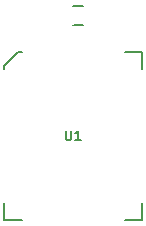
<source format=gto>
G04 #@! TF.GenerationSoftware,KiCad,Pcbnew,(5.1.2-1)-1*
G04 #@! TF.CreationDate,2019-06-26T00:08:28-04:00*
G04 #@! TF.ProjectId,28SF8148,32385346-3831-4343-982e-6b696361645f,rev?*
G04 #@! TF.SameCoordinates,Original*
G04 #@! TF.FileFunction,Legend,Top*
G04 #@! TF.FilePolarity,Positive*
%FSLAX46Y46*%
G04 Gerber Fmt 4.6, Leading zero omitted, Abs format (unit mm)*
G04 Created by KiCad (PCBNEW (5.1.2-1)-1) date 2019-06-26 00:08:28*
%MOMM*%
%LPD*%
G04 APERTURE LIST*
%ADD10C,0.152400*%
%ADD11C,0.203200*%
%ADD12R,1.852400X1.852400*%
%ADD13O,1.852400X1.852400*%
%ADD14C,0.100000*%
%ADD15C,1.202400*%
%ADD16C,2.000000*%
%ADD17C,2.152400*%
%ADD18C,0.752400*%
G04 APERTURE END LIST*
D10*
X49086400Y-27470000D02*
X48273600Y-27470000D01*
X49086400Y-25870000D02*
X48273600Y-25870000D01*
X52630000Y-29735000D02*
X54085000Y-29735000D01*
X54085000Y-29735000D02*
X54085000Y-31190000D01*
X43890000Y-43925000D02*
X42435000Y-43925000D01*
X42435000Y-43925000D02*
X42435000Y-42470000D01*
X52630000Y-43925000D02*
X54085000Y-43925000D01*
X54085000Y-43925000D02*
X54085000Y-42470000D01*
X43890000Y-29735000D02*
X43607218Y-29735000D01*
X43607218Y-29735000D02*
X42435000Y-30907218D01*
X42435000Y-30907218D02*
X42435000Y-31190000D01*
D11*
X47640723Y-36384895D02*
X47640723Y-37042876D01*
X47679428Y-37120285D01*
X47718133Y-37158990D01*
X47795542Y-37197695D01*
X47950361Y-37197695D01*
X48027771Y-37158990D01*
X48066476Y-37120285D01*
X48105180Y-37042876D01*
X48105180Y-36384895D01*
X48917980Y-37197695D02*
X48453523Y-37197695D01*
X48685752Y-37197695D02*
X48685752Y-36384895D01*
X48608342Y-36501009D01*
X48530933Y-36578419D01*
X48453523Y-36617123D01*
%LPC*%
D12*
X55880000Y-20320000D03*
D13*
X55880000Y-22860000D03*
X55880000Y-25400000D03*
X55880000Y-27940000D03*
X55880000Y-30480000D03*
X55880000Y-33020000D03*
X55880000Y-35560000D03*
X55880000Y-38100000D03*
X55880000Y-40640000D03*
X55880000Y-43180000D03*
X55880000Y-45720000D03*
X55880000Y-48260000D03*
X55880000Y-50800000D03*
X55880000Y-53340000D03*
D14*
G36*
X49860064Y-25895247D02*
G01*
X49889244Y-25899576D01*
X49917860Y-25906744D01*
X49945635Y-25916682D01*
X49972302Y-25929294D01*
X49997604Y-25944460D01*
X50021299Y-25962033D01*
X50043156Y-25981844D01*
X50062967Y-26003701D01*
X50080540Y-26027396D01*
X50095706Y-26052698D01*
X50108318Y-26079365D01*
X50118256Y-26107140D01*
X50125424Y-26135756D01*
X50129753Y-26164936D01*
X50131200Y-26194400D01*
X50131200Y-27145600D01*
X50129753Y-27175064D01*
X50125424Y-27204244D01*
X50118256Y-27232860D01*
X50108318Y-27260635D01*
X50095706Y-27287302D01*
X50080540Y-27312604D01*
X50062967Y-27336299D01*
X50043156Y-27358156D01*
X50021299Y-27377967D01*
X49997604Y-27395540D01*
X49972302Y-27410706D01*
X49945635Y-27423318D01*
X49917860Y-27433256D01*
X49889244Y-27440424D01*
X49860064Y-27444753D01*
X49830600Y-27446200D01*
X49229400Y-27446200D01*
X49199936Y-27444753D01*
X49170756Y-27440424D01*
X49142140Y-27433256D01*
X49114365Y-27423318D01*
X49087698Y-27410706D01*
X49062396Y-27395540D01*
X49038701Y-27377967D01*
X49016844Y-27358156D01*
X48997033Y-27336299D01*
X48979460Y-27312604D01*
X48964294Y-27287302D01*
X48951682Y-27260635D01*
X48941744Y-27232860D01*
X48934576Y-27204244D01*
X48930247Y-27175064D01*
X48928800Y-27145600D01*
X48928800Y-26194400D01*
X48930247Y-26164936D01*
X48934576Y-26135756D01*
X48941744Y-26107140D01*
X48951682Y-26079365D01*
X48964294Y-26052698D01*
X48979460Y-26027396D01*
X48997033Y-26003701D01*
X49016844Y-25981844D01*
X49038701Y-25962033D01*
X49062396Y-25944460D01*
X49087698Y-25929294D01*
X49114365Y-25916682D01*
X49142140Y-25906744D01*
X49170756Y-25899576D01*
X49199936Y-25895247D01*
X49229400Y-25893800D01*
X49830600Y-25893800D01*
X49860064Y-25895247D01*
X49860064Y-25895247D01*
G37*
D15*
X49530000Y-26670000D03*
D14*
G36*
X48160064Y-25895247D02*
G01*
X48189244Y-25899576D01*
X48217860Y-25906744D01*
X48245635Y-25916682D01*
X48272302Y-25929294D01*
X48297604Y-25944460D01*
X48321299Y-25962033D01*
X48343156Y-25981844D01*
X48362967Y-26003701D01*
X48380540Y-26027396D01*
X48395706Y-26052698D01*
X48408318Y-26079365D01*
X48418256Y-26107140D01*
X48425424Y-26135756D01*
X48429753Y-26164936D01*
X48431200Y-26194400D01*
X48431200Y-27145600D01*
X48429753Y-27175064D01*
X48425424Y-27204244D01*
X48418256Y-27232860D01*
X48408318Y-27260635D01*
X48395706Y-27287302D01*
X48380540Y-27312604D01*
X48362967Y-27336299D01*
X48343156Y-27358156D01*
X48321299Y-27377967D01*
X48297604Y-27395540D01*
X48272302Y-27410706D01*
X48245635Y-27423318D01*
X48217860Y-27433256D01*
X48189244Y-27440424D01*
X48160064Y-27444753D01*
X48130600Y-27446200D01*
X47529400Y-27446200D01*
X47499936Y-27444753D01*
X47470756Y-27440424D01*
X47442140Y-27433256D01*
X47414365Y-27423318D01*
X47387698Y-27410706D01*
X47362396Y-27395540D01*
X47338701Y-27377967D01*
X47316844Y-27358156D01*
X47297033Y-27336299D01*
X47279460Y-27312604D01*
X47264294Y-27287302D01*
X47251682Y-27260635D01*
X47241744Y-27232860D01*
X47234576Y-27204244D01*
X47230247Y-27175064D01*
X47228800Y-27145600D01*
X47228800Y-26194400D01*
X47230247Y-26164936D01*
X47234576Y-26135756D01*
X47241744Y-26107140D01*
X47251682Y-26079365D01*
X47264294Y-26052698D01*
X47279460Y-26027396D01*
X47297033Y-26003701D01*
X47316844Y-25981844D01*
X47338701Y-25962033D01*
X47362396Y-25944460D01*
X47387698Y-25929294D01*
X47414365Y-25916682D01*
X47442140Y-25906744D01*
X47470756Y-25899576D01*
X47499936Y-25895247D01*
X47529400Y-25893800D01*
X48130600Y-25893800D01*
X48160064Y-25895247D01*
X48160064Y-25895247D01*
G37*
D15*
X47830000Y-26670000D03*
D16*
X43180000Y-20320000D03*
X53340000Y-53340000D03*
D17*
X52070000Y-20320000D03*
X43180000Y-53340000D03*
D12*
X40640000Y-20320000D03*
D13*
X40640000Y-22860000D03*
X40640000Y-25400000D03*
X40640000Y-27940000D03*
X40640000Y-30480000D03*
X40640000Y-33020000D03*
X40640000Y-35560000D03*
X40640000Y-38100000D03*
X40640000Y-40640000D03*
X40640000Y-43180000D03*
X40640000Y-45720000D03*
X40640000Y-48260000D03*
X40640000Y-50800000D03*
X40640000Y-53340000D03*
D14*
G36*
X48466537Y-29179706D02*
G01*
X48484796Y-29182414D01*
X48502703Y-29186900D01*
X48520083Y-29193118D01*
X48536770Y-29201011D01*
X48552603Y-29210501D01*
X48567429Y-29221497D01*
X48581107Y-29233893D01*
X48593503Y-29247571D01*
X48604499Y-29262397D01*
X48613989Y-29278230D01*
X48621882Y-29294917D01*
X48628100Y-29312297D01*
X48632586Y-29330204D01*
X48635294Y-29348463D01*
X48636200Y-29366900D01*
X48636200Y-30618100D01*
X48635294Y-30636537D01*
X48632586Y-30654796D01*
X48628100Y-30672703D01*
X48621882Y-30690083D01*
X48613989Y-30706770D01*
X48604499Y-30722603D01*
X48593503Y-30737429D01*
X48581107Y-30751107D01*
X48567429Y-30763503D01*
X48552603Y-30774499D01*
X48536770Y-30783989D01*
X48520083Y-30791882D01*
X48502703Y-30798100D01*
X48484796Y-30802586D01*
X48466537Y-30805294D01*
X48448100Y-30806200D01*
X48071900Y-30806200D01*
X48053463Y-30805294D01*
X48035204Y-30802586D01*
X48017297Y-30798100D01*
X47999917Y-30791882D01*
X47983230Y-30783989D01*
X47967397Y-30774499D01*
X47952571Y-30763503D01*
X47938893Y-30751107D01*
X47926497Y-30737429D01*
X47915501Y-30722603D01*
X47906011Y-30706770D01*
X47898118Y-30690083D01*
X47891900Y-30672703D01*
X47887414Y-30654796D01*
X47884706Y-30636537D01*
X47883800Y-30618100D01*
X47883800Y-29366900D01*
X47884706Y-29348463D01*
X47887414Y-29330204D01*
X47891900Y-29312297D01*
X47898118Y-29294917D01*
X47906011Y-29278230D01*
X47915501Y-29262397D01*
X47926497Y-29247571D01*
X47938893Y-29233893D01*
X47952571Y-29221497D01*
X47967397Y-29210501D01*
X47983230Y-29201011D01*
X47999917Y-29193118D01*
X48017297Y-29186900D01*
X48035204Y-29182414D01*
X48053463Y-29179706D01*
X48071900Y-29178800D01*
X48448100Y-29178800D01*
X48466537Y-29179706D01*
X48466537Y-29179706D01*
G37*
D18*
X48260000Y-29992500D03*
D14*
G36*
X47196537Y-29179706D02*
G01*
X47214796Y-29182414D01*
X47232703Y-29186900D01*
X47250083Y-29193118D01*
X47266770Y-29201011D01*
X47282603Y-29210501D01*
X47297429Y-29221497D01*
X47311107Y-29233893D01*
X47323503Y-29247571D01*
X47334499Y-29262397D01*
X47343989Y-29278230D01*
X47351882Y-29294917D01*
X47358100Y-29312297D01*
X47362586Y-29330204D01*
X47365294Y-29348463D01*
X47366200Y-29366900D01*
X47366200Y-30618100D01*
X47365294Y-30636537D01*
X47362586Y-30654796D01*
X47358100Y-30672703D01*
X47351882Y-30690083D01*
X47343989Y-30706770D01*
X47334499Y-30722603D01*
X47323503Y-30737429D01*
X47311107Y-30751107D01*
X47297429Y-30763503D01*
X47282603Y-30774499D01*
X47266770Y-30783989D01*
X47250083Y-30791882D01*
X47232703Y-30798100D01*
X47214796Y-30802586D01*
X47196537Y-30805294D01*
X47178100Y-30806200D01*
X46801900Y-30806200D01*
X46783463Y-30805294D01*
X46765204Y-30802586D01*
X46747297Y-30798100D01*
X46729917Y-30791882D01*
X46713230Y-30783989D01*
X46697397Y-30774499D01*
X46682571Y-30763503D01*
X46668893Y-30751107D01*
X46656497Y-30737429D01*
X46645501Y-30722603D01*
X46636011Y-30706770D01*
X46628118Y-30690083D01*
X46621900Y-30672703D01*
X46617414Y-30654796D01*
X46614706Y-30636537D01*
X46613800Y-30618100D01*
X46613800Y-29366900D01*
X46614706Y-29348463D01*
X46617414Y-29330204D01*
X46621900Y-29312297D01*
X46628118Y-29294917D01*
X46636011Y-29278230D01*
X46645501Y-29262397D01*
X46656497Y-29247571D01*
X46668893Y-29233893D01*
X46682571Y-29221497D01*
X46697397Y-29210501D01*
X46713230Y-29201011D01*
X46729917Y-29193118D01*
X46747297Y-29186900D01*
X46765204Y-29182414D01*
X46783463Y-29179706D01*
X46801900Y-29178800D01*
X47178100Y-29178800D01*
X47196537Y-29179706D01*
X47196537Y-29179706D01*
G37*
D18*
X46990000Y-29992500D03*
D14*
G36*
X45926537Y-29179706D02*
G01*
X45944796Y-29182414D01*
X45962703Y-29186900D01*
X45980083Y-29193118D01*
X45996770Y-29201011D01*
X46012603Y-29210501D01*
X46027429Y-29221497D01*
X46041107Y-29233893D01*
X46053503Y-29247571D01*
X46064499Y-29262397D01*
X46073989Y-29278230D01*
X46081882Y-29294917D01*
X46088100Y-29312297D01*
X46092586Y-29330204D01*
X46095294Y-29348463D01*
X46096200Y-29366900D01*
X46096200Y-30618100D01*
X46095294Y-30636537D01*
X46092586Y-30654796D01*
X46088100Y-30672703D01*
X46081882Y-30690083D01*
X46073989Y-30706770D01*
X46064499Y-30722603D01*
X46053503Y-30737429D01*
X46041107Y-30751107D01*
X46027429Y-30763503D01*
X46012603Y-30774499D01*
X45996770Y-30783989D01*
X45980083Y-30791882D01*
X45962703Y-30798100D01*
X45944796Y-30802586D01*
X45926537Y-30805294D01*
X45908100Y-30806200D01*
X45531900Y-30806200D01*
X45513463Y-30805294D01*
X45495204Y-30802586D01*
X45477297Y-30798100D01*
X45459917Y-30791882D01*
X45443230Y-30783989D01*
X45427397Y-30774499D01*
X45412571Y-30763503D01*
X45398893Y-30751107D01*
X45386497Y-30737429D01*
X45375501Y-30722603D01*
X45366011Y-30706770D01*
X45358118Y-30690083D01*
X45351900Y-30672703D01*
X45347414Y-30654796D01*
X45344706Y-30636537D01*
X45343800Y-30618100D01*
X45343800Y-29366900D01*
X45344706Y-29348463D01*
X45347414Y-29330204D01*
X45351900Y-29312297D01*
X45358118Y-29294917D01*
X45366011Y-29278230D01*
X45375501Y-29262397D01*
X45386497Y-29247571D01*
X45398893Y-29233893D01*
X45412571Y-29221497D01*
X45427397Y-29210501D01*
X45443230Y-29201011D01*
X45459917Y-29193118D01*
X45477297Y-29186900D01*
X45495204Y-29182414D01*
X45513463Y-29179706D01*
X45531900Y-29178800D01*
X45908100Y-29178800D01*
X45926537Y-29179706D01*
X45926537Y-29179706D01*
G37*
D18*
X45720000Y-29992500D03*
D14*
G36*
X44656537Y-29179706D02*
G01*
X44674796Y-29182414D01*
X44692703Y-29186900D01*
X44710083Y-29193118D01*
X44726770Y-29201011D01*
X44742603Y-29210501D01*
X44757429Y-29221497D01*
X44771107Y-29233893D01*
X44783503Y-29247571D01*
X44794499Y-29262397D01*
X44803989Y-29278230D01*
X44811882Y-29294917D01*
X44818100Y-29312297D01*
X44822586Y-29330204D01*
X44825294Y-29348463D01*
X44826200Y-29366900D01*
X44826200Y-30618100D01*
X44825294Y-30636537D01*
X44822586Y-30654796D01*
X44818100Y-30672703D01*
X44811882Y-30690083D01*
X44803989Y-30706770D01*
X44794499Y-30722603D01*
X44783503Y-30737429D01*
X44771107Y-30751107D01*
X44757429Y-30763503D01*
X44742603Y-30774499D01*
X44726770Y-30783989D01*
X44710083Y-30791882D01*
X44692703Y-30798100D01*
X44674796Y-30802586D01*
X44656537Y-30805294D01*
X44638100Y-30806200D01*
X44261900Y-30806200D01*
X44243463Y-30805294D01*
X44225204Y-30802586D01*
X44207297Y-30798100D01*
X44189917Y-30791882D01*
X44173230Y-30783989D01*
X44157397Y-30774499D01*
X44142571Y-30763503D01*
X44128893Y-30751107D01*
X44116497Y-30737429D01*
X44105501Y-30722603D01*
X44096011Y-30706770D01*
X44088118Y-30690083D01*
X44081900Y-30672703D01*
X44077414Y-30654796D01*
X44074706Y-30636537D01*
X44073800Y-30618100D01*
X44073800Y-29366900D01*
X44074706Y-29348463D01*
X44077414Y-29330204D01*
X44081900Y-29312297D01*
X44088118Y-29294917D01*
X44096011Y-29278230D01*
X44105501Y-29262397D01*
X44116497Y-29247571D01*
X44128893Y-29233893D01*
X44142571Y-29221497D01*
X44157397Y-29210501D01*
X44173230Y-29201011D01*
X44189917Y-29193118D01*
X44207297Y-29186900D01*
X44225204Y-29182414D01*
X44243463Y-29179706D01*
X44261900Y-29178800D01*
X44638100Y-29178800D01*
X44656537Y-29179706D01*
X44656537Y-29179706D01*
G37*
D18*
X44450000Y-29992500D03*
D14*
G36*
X43341537Y-31374706D02*
G01*
X43359796Y-31377414D01*
X43377703Y-31381900D01*
X43395083Y-31388118D01*
X43411770Y-31396011D01*
X43427603Y-31405501D01*
X43442429Y-31416497D01*
X43456107Y-31428893D01*
X43468503Y-31442571D01*
X43479499Y-31457397D01*
X43488989Y-31473230D01*
X43496882Y-31489917D01*
X43503100Y-31507297D01*
X43507586Y-31525204D01*
X43510294Y-31543463D01*
X43511200Y-31561900D01*
X43511200Y-31938100D01*
X43510294Y-31956537D01*
X43507586Y-31974796D01*
X43503100Y-31992703D01*
X43496882Y-32010083D01*
X43488989Y-32026770D01*
X43479499Y-32042603D01*
X43468503Y-32057429D01*
X43456107Y-32071107D01*
X43442429Y-32083503D01*
X43427603Y-32094499D01*
X43411770Y-32103989D01*
X43395083Y-32111882D01*
X43377703Y-32118100D01*
X43359796Y-32122586D01*
X43341537Y-32125294D01*
X43323100Y-32126200D01*
X42071900Y-32126200D01*
X42053463Y-32125294D01*
X42035204Y-32122586D01*
X42017297Y-32118100D01*
X41999917Y-32111882D01*
X41983230Y-32103989D01*
X41967397Y-32094499D01*
X41952571Y-32083503D01*
X41938893Y-32071107D01*
X41926497Y-32057429D01*
X41915501Y-32042603D01*
X41906011Y-32026770D01*
X41898118Y-32010083D01*
X41891900Y-31992703D01*
X41887414Y-31974796D01*
X41884706Y-31956537D01*
X41883800Y-31938100D01*
X41883800Y-31561900D01*
X41884706Y-31543463D01*
X41887414Y-31525204D01*
X41891900Y-31507297D01*
X41898118Y-31489917D01*
X41906011Y-31473230D01*
X41915501Y-31457397D01*
X41926497Y-31442571D01*
X41938893Y-31428893D01*
X41952571Y-31416497D01*
X41967397Y-31405501D01*
X41983230Y-31396011D01*
X41999917Y-31388118D01*
X42017297Y-31381900D01*
X42035204Y-31377414D01*
X42053463Y-31374706D01*
X42071900Y-31373800D01*
X43323100Y-31373800D01*
X43341537Y-31374706D01*
X43341537Y-31374706D01*
G37*
D18*
X42697500Y-31750000D03*
D14*
G36*
X43341537Y-32644706D02*
G01*
X43359796Y-32647414D01*
X43377703Y-32651900D01*
X43395083Y-32658118D01*
X43411770Y-32666011D01*
X43427603Y-32675501D01*
X43442429Y-32686497D01*
X43456107Y-32698893D01*
X43468503Y-32712571D01*
X43479499Y-32727397D01*
X43488989Y-32743230D01*
X43496882Y-32759917D01*
X43503100Y-32777297D01*
X43507586Y-32795204D01*
X43510294Y-32813463D01*
X43511200Y-32831900D01*
X43511200Y-33208100D01*
X43510294Y-33226537D01*
X43507586Y-33244796D01*
X43503100Y-33262703D01*
X43496882Y-33280083D01*
X43488989Y-33296770D01*
X43479499Y-33312603D01*
X43468503Y-33327429D01*
X43456107Y-33341107D01*
X43442429Y-33353503D01*
X43427603Y-33364499D01*
X43411770Y-33373989D01*
X43395083Y-33381882D01*
X43377703Y-33388100D01*
X43359796Y-33392586D01*
X43341537Y-33395294D01*
X43323100Y-33396200D01*
X42071900Y-33396200D01*
X42053463Y-33395294D01*
X42035204Y-33392586D01*
X42017297Y-33388100D01*
X41999917Y-33381882D01*
X41983230Y-33373989D01*
X41967397Y-33364499D01*
X41952571Y-33353503D01*
X41938893Y-33341107D01*
X41926497Y-33327429D01*
X41915501Y-33312603D01*
X41906011Y-33296770D01*
X41898118Y-33280083D01*
X41891900Y-33262703D01*
X41887414Y-33244796D01*
X41884706Y-33226537D01*
X41883800Y-33208100D01*
X41883800Y-32831900D01*
X41884706Y-32813463D01*
X41887414Y-32795204D01*
X41891900Y-32777297D01*
X41898118Y-32759917D01*
X41906011Y-32743230D01*
X41915501Y-32727397D01*
X41926497Y-32712571D01*
X41938893Y-32698893D01*
X41952571Y-32686497D01*
X41967397Y-32675501D01*
X41983230Y-32666011D01*
X41999917Y-32658118D01*
X42017297Y-32651900D01*
X42035204Y-32647414D01*
X42053463Y-32644706D01*
X42071900Y-32643800D01*
X43323100Y-32643800D01*
X43341537Y-32644706D01*
X43341537Y-32644706D01*
G37*
D18*
X42697500Y-33020000D03*
D14*
G36*
X43341537Y-33914706D02*
G01*
X43359796Y-33917414D01*
X43377703Y-33921900D01*
X43395083Y-33928118D01*
X43411770Y-33936011D01*
X43427603Y-33945501D01*
X43442429Y-33956497D01*
X43456107Y-33968893D01*
X43468503Y-33982571D01*
X43479499Y-33997397D01*
X43488989Y-34013230D01*
X43496882Y-34029917D01*
X43503100Y-34047297D01*
X43507586Y-34065204D01*
X43510294Y-34083463D01*
X43511200Y-34101900D01*
X43511200Y-34478100D01*
X43510294Y-34496537D01*
X43507586Y-34514796D01*
X43503100Y-34532703D01*
X43496882Y-34550083D01*
X43488989Y-34566770D01*
X43479499Y-34582603D01*
X43468503Y-34597429D01*
X43456107Y-34611107D01*
X43442429Y-34623503D01*
X43427603Y-34634499D01*
X43411770Y-34643989D01*
X43395083Y-34651882D01*
X43377703Y-34658100D01*
X43359796Y-34662586D01*
X43341537Y-34665294D01*
X43323100Y-34666200D01*
X42071900Y-34666200D01*
X42053463Y-34665294D01*
X42035204Y-34662586D01*
X42017297Y-34658100D01*
X41999917Y-34651882D01*
X41983230Y-34643989D01*
X41967397Y-34634499D01*
X41952571Y-34623503D01*
X41938893Y-34611107D01*
X41926497Y-34597429D01*
X41915501Y-34582603D01*
X41906011Y-34566770D01*
X41898118Y-34550083D01*
X41891900Y-34532703D01*
X41887414Y-34514796D01*
X41884706Y-34496537D01*
X41883800Y-34478100D01*
X41883800Y-34101900D01*
X41884706Y-34083463D01*
X41887414Y-34065204D01*
X41891900Y-34047297D01*
X41898118Y-34029917D01*
X41906011Y-34013230D01*
X41915501Y-33997397D01*
X41926497Y-33982571D01*
X41938893Y-33968893D01*
X41952571Y-33956497D01*
X41967397Y-33945501D01*
X41983230Y-33936011D01*
X41999917Y-33928118D01*
X42017297Y-33921900D01*
X42035204Y-33917414D01*
X42053463Y-33914706D01*
X42071900Y-33913800D01*
X43323100Y-33913800D01*
X43341537Y-33914706D01*
X43341537Y-33914706D01*
G37*
D18*
X42697500Y-34290000D03*
D14*
G36*
X43341537Y-35184706D02*
G01*
X43359796Y-35187414D01*
X43377703Y-35191900D01*
X43395083Y-35198118D01*
X43411770Y-35206011D01*
X43427603Y-35215501D01*
X43442429Y-35226497D01*
X43456107Y-35238893D01*
X43468503Y-35252571D01*
X43479499Y-35267397D01*
X43488989Y-35283230D01*
X43496882Y-35299917D01*
X43503100Y-35317297D01*
X43507586Y-35335204D01*
X43510294Y-35353463D01*
X43511200Y-35371900D01*
X43511200Y-35748100D01*
X43510294Y-35766537D01*
X43507586Y-35784796D01*
X43503100Y-35802703D01*
X43496882Y-35820083D01*
X43488989Y-35836770D01*
X43479499Y-35852603D01*
X43468503Y-35867429D01*
X43456107Y-35881107D01*
X43442429Y-35893503D01*
X43427603Y-35904499D01*
X43411770Y-35913989D01*
X43395083Y-35921882D01*
X43377703Y-35928100D01*
X43359796Y-35932586D01*
X43341537Y-35935294D01*
X43323100Y-35936200D01*
X42071900Y-35936200D01*
X42053463Y-35935294D01*
X42035204Y-35932586D01*
X42017297Y-35928100D01*
X41999917Y-35921882D01*
X41983230Y-35913989D01*
X41967397Y-35904499D01*
X41952571Y-35893503D01*
X41938893Y-35881107D01*
X41926497Y-35867429D01*
X41915501Y-35852603D01*
X41906011Y-35836770D01*
X41898118Y-35820083D01*
X41891900Y-35802703D01*
X41887414Y-35784796D01*
X41884706Y-35766537D01*
X41883800Y-35748100D01*
X41883800Y-35371900D01*
X41884706Y-35353463D01*
X41887414Y-35335204D01*
X41891900Y-35317297D01*
X41898118Y-35299917D01*
X41906011Y-35283230D01*
X41915501Y-35267397D01*
X41926497Y-35252571D01*
X41938893Y-35238893D01*
X41952571Y-35226497D01*
X41967397Y-35215501D01*
X41983230Y-35206011D01*
X41999917Y-35198118D01*
X42017297Y-35191900D01*
X42035204Y-35187414D01*
X42053463Y-35184706D01*
X42071900Y-35183800D01*
X43323100Y-35183800D01*
X43341537Y-35184706D01*
X43341537Y-35184706D01*
G37*
D18*
X42697500Y-35560000D03*
D14*
G36*
X43341537Y-36454706D02*
G01*
X43359796Y-36457414D01*
X43377703Y-36461900D01*
X43395083Y-36468118D01*
X43411770Y-36476011D01*
X43427603Y-36485501D01*
X43442429Y-36496497D01*
X43456107Y-36508893D01*
X43468503Y-36522571D01*
X43479499Y-36537397D01*
X43488989Y-36553230D01*
X43496882Y-36569917D01*
X43503100Y-36587297D01*
X43507586Y-36605204D01*
X43510294Y-36623463D01*
X43511200Y-36641900D01*
X43511200Y-37018100D01*
X43510294Y-37036537D01*
X43507586Y-37054796D01*
X43503100Y-37072703D01*
X43496882Y-37090083D01*
X43488989Y-37106770D01*
X43479499Y-37122603D01*
X43468503Y-37137429D01*
X43456107Y-37151107D01*
X43442429Y-37163503D01*
X43427603Y-37174499D01*
X43411770Y-37183989D01*
X43395083Y-37191882D01*
X43377703Y-37198100D01*
X43359796Y-37202586D01*
X43341537Y-37205294D01*
X43323100Y-37206200D01*
X42071900Y-37206200D01*
X42053463Y-37205294D01*
X42035204Y-37202586D01*
X42017297Y-37198100D01*
X41999917Y-37191882D01*
X41983230Y-37183989D01*
X41967397Y-37174499D01*
X41952571Y-37163503D01*
X41938893Y-37151107D01*
X41926497Y-37137429D01*
X41915501Y-37122603D01*
X41906011Y-37106770D01*
X41898118Y-37090083D01*
X41891900Y-37072703D01*
X41887414Y-37054796D01*
X41884706Y-37036537D01*
X41883800Y-37018100D01*
X41883800Y-36641900D01*
X41884706Y-36623463D01*
X41887414Y-36605204D01*
X41891900Y-36587297D01*
X41898118Y-36569917D01*
X41906011Y-36553230D01*
X41915501Y-36537397D01*
X41926497Y-36522571D01*
X41938893Y-36508893D01*
X41952571Y-36496497D01*
X41967397Y-36485501D01*
X41983230Y-36476011D01*
X41999917Y-36468118D01*
X42017297Y-36461900D01*
X42035204Y-36457414D01*
X42053463Y-36454706D01*
X42071900Y-36453800D01*
X43323100Y-36453800D01*
X43341537Y-36454706D01*
X43341537Y-36454706D01*
G37*
D18*
X42697500Y-36830000D03*
D14*
G36*
X43341537Y-37724706D02*
G01*
X43359796Y-37727414D01*
X43377703Y-37731900D01*
X43395083Y-37738118D01*
X43411770Y-37746011D01*
X43427603Y-37755501D01*
X43442429Y-37766497D01*
X43456107Y-37778893D01*
X43468503Y-37792571D01*
X43479499Y-37807397D01*
X43488989Y-37823230D01*
X43496882Y-37839917D01*
X43503100Y-37857297D01*
X43507586Y-37875204D01*
X43510294Y-37893463D01*
X43511200Y-37911900D01*
X43511200Y-38288100D01*
X43510294Y-38306537D01*
X43507586Y-38324796D01*
X43503100Y-38342703D01*
X43496882Y-38360083D01*
X43488989Y-38376770D01*
X43479499Y-38392603D01*
X43468503Y-38407429D01*
X43456107Y-38421107D01*
X43442429Y-38433503D01*
X43427603Y-38444499D01*
X43411770Y-38453989D01*
X43395083Y-38461882D01*
X43377703Y-38468100D01*
X43359796Y-38472586D01*
X43341537Y-38475294D01*
X43323100Y-38476200D01*
X42071900Y-38476200D01*
X42053463Y-38475294D01*
X42035204Y-38472586D01*
X42017297Y-38468100D01*
X41999917Y-38461882D01*
X41983230Y-38453989D01*
X41967397Y-38444499D01*
X41952571Y-38433503D01*
X41938893Y-38421107D01*
X41926497Y-38407429D01*
X41915501Y-38392603D01*
X41906011Y-38376770D01*
X41898118Y-38360083D01*
X41891900Y-38342703D01*
X41887414Y-38324796D01*
X41884706Y-38306537D01*
X41883800Y-38288100D01*
X41883800Y-37911900D01*
X41884706Y-37893463D01*
X41887414Y-37875204D01*
X41891900Y-37857297D01*
X41898118Y-37839917D01*
X41906011Y-37823230D01*
X41915501Y-37807397D01*
X41926497Y-37792571D01*
X41938893Y-37778893D01*
X41952571Y-37766497D01*
X41967397Y-37755501D01*
X41983230Y-37746011D01*
X41999917Y-37738118D01*
X42017297Y-37731900D01*
X42035204Y-37727414D01*
X42053463Y-37724706D01*
X42071900Y-37723800D01*
X43323100Y-37723800D01*
X43341537Y-37724706D01*
X43341537Y-37724706D01*
G37*
D18*
X42697500Y-38100000D03*
D14*
G36*
X43341537Y-38994706D02*
G01*
X43359796Y-38997414D01*
X43377703Y-39001900D01*
X43395083Y-39008118D01*
X43411770Y-39016011D01*
X43427603Y-39025501D01*
X43442429Y-39036497D01*
X43456107Y-39048893D01*
X43468503Y-39062571D01*
X43479499Y-39077397D01*
X43488989Y-39093230D01*
X43496882Y-39109917D01*
X43503100Y-39127297D01*
X43507586Y-39145204D01*
X43510294Y-39163463D01*
X43511200Y-39181900D01*
X43511200Y-39558100D01*
X43510294Y-39576537D01*
X43507586Y-39594796D01*
X43503100Y-39612703D01*
X43496882Y-39630083D01*
X43488989Y-39646770D01*
X43479499Y-39662603D01*
X43468503Y-39677429D01*
X43456107Y-39691107D01*
X43442429Y-39703503D01*
X43427603Y-39714499D01*
X43411770Y-39723989D01*
X43395083Y-39731882D01*
X43377703Y-39738100D01*
X43359796Y-39742586D01*
X43341537Y-39745294D01*
X43323100Y-39746200D01*
X42071900Y-39746200D01*
X42053463Y-39745294D01*
X42035204Y-39742586D01*
X42017297Y-39738100D01*
X41999917Y-39731882D01*
X41983230Y-39723989D01*
X41967397Y-39714499D01*
X41952571Y-39703503D01*
X41938893Y-39691107D01*
X41926497Y-39677429D01*
X41915501Y-39662603D01*
X41906011Y-39646770D01*
X41898118Y-39630083D01*
X41891900Y-39612703D01*
X41887414Y-39594796D01*
X41884706Y-39576537D01*
X41883800Y-39558100D01*
X41883800Y-39181900D01*
X41884706Y-39163463D01*
X41887414Y-39145204D01*
X41891900Y-39127297D01*
X41898118Y-39109917D01*
X41906011Y-39093230D01*
X41915501Y-39077397D01*
X41926497Y-39062571D01*
X41938893Y-39048893D01*
X41952571Y-39036497D01*
X41967397Y-39025501D01*
X41983230Y-39016011D01*
X41999917Y-39008118D01*
X42017297Y-39001900D01*
X42035204Y-38997414D01*
X42053463Y-38994706D01*
X42071900Y-38993800D01*
X43323100Y-38993800D01*
X43341537Y-38994706D01*
X43341537Y-38994706D01*
G37*
D18*
X42697500Y-39370000D03*
D14*
G36*
X43341537Y-40264706D02*
G01*
X43359796Y-40267414D01*
X43377703Y-40271900D01*
X43395083Y-40278118D01*
X43411770Y-40286011D01*
X43427603Y-40295501D01*
X43442429Y-40306497D01*
X43456107Y-40318893D01*
X43468503Y-40332571D01*
X43479499Y-40347397D01*
X43488989Y-40363230D01*
X43496882Y-40379917D01*
X43503100Y-40397297D01*
X43507586Y-40415204D01*
X43510294Y-40433463D01*
X43511200Y-40451900D01*
X43511200Y-40828100D01*
X43510294Y-40846537D01*
X43507586Y-40864796D01*
X43503100Y-40882703D01*
X43496882Y-40900083D01*
X43488989Y-40916770D01*
X43479499Y-40932603D01*
X43468503Y-40947429D01*
X43456107Y-40961107D01*
X43442429Y-40973503D01*
X43427603Y-40984499D01*
X43411770Y-40993989D01*
X43395083Y-41001882D01*
X43377703Y-41008100D01*
X43359796Y-41012586D01*
X43341537Y-41015294D01*
X43323100Y-41016200D01*
X42071900Y-41016200D01*
X42053463Y-41015294D01*
X42035204Y-41012586D01*
X42017297Y-41008100D01*
X41999917Y-41001882D01*
X41983230Y-40993989D01*
X41967397Y-40984499D01*
X41952571Y-40973503D01*
X41938893Y-40961107D01*
X41926497Y-40947429D01*
X41915501Y-40932603D01*
X41906011Y-40916770D01*
X41898118Y-40900083D01*
X41891900Y-40882703D01*
X41887414Y-40864796D01*
X41884706Y-40846537D01*
X41883800Y-40828100D01*
X41883800Y-40451900D01*
X41884706Y-40433463D01*
X41887414Y-40415204D01*
X41891900Y-40397297D01*
X41898118Y-40379917D01*
X41906011Y-40363230D01*
X41915501Y-40347397D01*
X41926497Y-40332571D01*
X41938893Y-40318893D01*
X41952571Y-40306497D01*
X41967397Y-40295501D01*
X41983230Y-40286011D01*
X41999917Y-40278118D01*
X42017297Y-40271900D01*
X42035204Y-40267414D01*
X42053463Y-40264706D01*
X42071900Y-40263800D01*
X43323100Y-40263800D01*
X43341537Y-40264706D01*
X43341537Y-40264706D01*
G37*
D18*
X42697500Y-40640000D03*
D14*
G36*
X43341537Y-41534706D02*
G01*
X43359796Y-41537414D01*
X43377703Y-41541900D01*
X43395083Y-41548118D01*
X43411770Y-41556011D01*
X43427603Y-41565501D01*
X43442429Y-41576497D01*
X43456107Y-41588893D01*
X43468503Y-41602571D01*
X43479499Y-41617397D01*
X43488989Y-41633230D01*
X43496882Y-41649917D01*
X43503100Y-41667297D01*
X43507586Y-41685204D01*
X43510294Y-41703463D01*
X43511200Y-41721900D01*
X43511200Y-42098100D01*
X43510294Y-42116537D01*
X43507586Y-42134796D01*
X43503100Y-42152703D01*
X43496882Y-42170083D01*
X43488989Y-42186770D01*
X43479499Y-42202603D01*
X43468503Y-42217429D01*
X43456107Y-42231107D01*
X43442429Y-42243503D01*
X43427603Y-42254499D01*
X43411770Y-42263989D01*
X43395083Y-42271882D01*
X43377703Y-42278100D01*
X43359796Y-42282586D01*
X43341537Y-42285294D01*
X43323100Y-42286200D01*
X42071900Y-42286200D01*
X42053463Y-42285294D01*
X42035204Y-42282586D01*
X42017297Y-42278100D01*
X41999917Y-42271882D01*
X41983230Y-42263989D01*
X41967397Y-42254499D01*
X41952571Y-42243503D01*
X41938893Y-42231107D01*
X41926497Y-42217429D01*
X41915501Y-42202603D01*
X41906011Y-42186770D01*
X41898118Y-42170083D01*
X41891900Y-42152703D01*
X41887414Y-42134796D01*
X41884706Y-42116537D01*
X41883800Y-42098100D01*
X41883800Y-41721900D01*
X41884706Y-41703463D01*
X41887414Y-41685204D01*
X41891900Y-41667297D01*
X41898118Y-41649917D01*
X41906011Y-41633230D01*
X41915501Y-41617397D01*
X41926497Y-41602571D01*
X41938893Y-41588893D01*
X41952571Y-41576497D01*
X41967397Y-41565501D01*
X41983230Y-41556011D01*
X41999917Y-41548118D01*
X42017297Y-41541900D01*
X42035204Y-41537414D01*
X42053463Y-41534706D01*
X42071900Y-41533800D01*
X43323100Y-41533800D01*
X43341537Y-41534706D01*
X43341537Y-41534706D01*
G37*
D18*
X42697500Y-41910000D03*
D14*
G36*
X44656537Y-42854706D02*
G01*
X44674796Y-42857414D01*
X44692703Y-42861900D01*
X44710083Y-42868118D01*
X44726770Y-42876011D01*
X44742603Y-42885501D01*
X44757429Y-42896497D01*
X44771107Y-42908893D01*
X44783503Y-42922571D01*
X44794499Y-42937397D01*
X44803989Y-42953230D01*
X44811882Y-42969917D01*
X44818100Y-42987297D01*
X44822586Y-43005204D01*
X44825294Y-43023463D01*
X44826200Y-43041900D01*
X44826200Y-44293100D01*
X44825294Y-44311537D01*
X44822586Y-44329796D01*
X44818100Y-44347703D01*
X44811882Y-44365083D01*
X44803989Y-44381770D01*
X44794499Y-44397603D01*
X44783503Y-44412429D01*
X44771107Y-44426107D01*
X44757429Y-44438503D01*
X44742603Y-44449499D01*
X44726770Y-44458989D01*
X44710083Y-44466882D01*
X44692703Y-44473100D01*
X44674796Y-44477586D01*
X44656537Y-44480294D01*
X44638100Y-44481200D01*
X44261900Y-44481200D01*
X44243463Y-44480294D01*
X44225204Y-44477586D01*
X44207297Y-44473100D01*
X44189917Y-44466882D01*
X44173230Y-44458989D01*
X44157397Y-44449499D01*
X44142571Y-44438503D01*
X44128893Y-44426107D01*
X44116497Y-44412429D01*
X44105501Y-44397603D01*
X44096011Y-44381770D01*
X44088118Y-44365083D01*
X44081900Y-44347703D01*
X44077414Y-44329796D01*
X44074706Y-44311537D01*
X44073800Y-44293100D01*
X44073800Y-43041900D01*
X44074706Y-43023463D01*
X44077414Y-43005204D01*
X44081900Y-42987297D01*
X44088118Y-42969917D01*
X44096011Y-42953230D01*
X44105501Y-42937397D01*
X44116497Y-42922571D01*
X44128893Y-42908893D01*
X44142571Y-42896497D01*
X44157397Y-42885501D01*
X44173230Y-42876011D01*
X44189917Y-42868118D01*
X44207297Y-42861900D01*
X44225204Y-42857414D01*
X44243463Y-42854706D01*
X44261900Y-42853800D01*
X44638100Y-42853800D01*
X44656537Y-42854706D01*
X44656537Y-42854706D01*
G37*
D18*
X44450000Y-43667500D03*
D14*
G36*
X45926537Y-42854706D02*
G01*
X45944796Y-42857414D01*
X45962703Y-42861900D01*
X45980083Y-42868118D01*
X45996770Y-42876011D01*
X46012603Y-42885501D01*
X46027429Y-42896497D01*
X46041107Y-42908893D01*
X46053503Y-42922571D01*
X46064499Y-42937397D01*
X46073989Y-42953230D01*
X46081882Y-42969917D01*
X46088100Y-42987297D01*
X46092586Y-43005204D01*
X46095294Y-43023463D01*
X46096200Y-43041900D01*
X46096200Y-44293100D01*
X46095294Y-44311537D01*
X46092586Y-44329796D01*
X46088100Y-44347703D01*
X46081882Y-44365083D01*
X46073989Y-44381770D01*
X46064499Y-44397603D01*
X46053503Y-44412429D01*
X46041107Y-44426107D01*
X46027429Y-44438503D01*
X46012603Y-44449499D01*
X45996770Y-44458989D01*
X45980083Y-44466882D01*
X45962703Y-44473100D01*
X45944796Y-44477586D01*
X45926537Y-44480294D01*
X45908100Y-44481200D01*
X45531900Y-44481200D01*
X45513463Y-44480294D01*
X45495204Y-44477586D01*
X45477297Y-44473100D01*
X45459917Y-44466882D01*
X45443230Y-44458989D01*
X45427397Y-44449499D01*
X45412571Y-44438503D01*
X45398893Y-44426107D01*
X45386497Y-44412429D01*
X45375501Y-44397603D01*
X45366011Y-44381770D01*
X45358118Y-44365083D01*
X45351900Y-44347703D01*
X45347414Y-44329796D01*
X45344706Y-44311537D01*
X45343800Y-44293100D01*
X45343800Y-43041900D01*
X45344706Y-43023463D01*
X45347414Y-43005204D01*
X45351900Y-42987297D01*
X45358118Y-42969917D01*
X45366011Y-42953230D01*
X45375501Y-42937397D01*
X45386497Y-42922571D01*
X45398893Y-42908893D01*
X45412571Y-42896497D01*
X45427397Y-42885501D01*
X45443230Y-42876011D01*
X45459917Y-42868118D01*
X45477297Y-42861900D01*
X45495204Y-42857414D01*
X45513463Y-42854706D01*
X45531900Y-42853800D01*
X45908100Y-42853800D01*
X45926537Y-42854706D01*
X45926537Y-42854706D01*
G37*
D18*
X45720000Y-43667500D03*
D14*
G36*
X47196537Y-42854706D02*
G01*
X47214796Y-42857414D01*
X47232703Y-42861900D01*
X47250083Y-42868118D01*
X47266770Y-42876011D01*
X47282603Y-42885501D01*
X47297429Y-42896497D01*
X47311107Y-42908893D01*
X47323503Y-42922571D01*
X47334499Y-42937397D01*
X47343989Y-42953230D01*
X47351882Y-42969917D01*
X47358100Y-42987297D01*
X47362586Y-43005204D01*
X47365294Y-43023463D01*
X47366200Y-43041900D01*
X47366200Y-44293100D01*
X47365294Y-44311537D01*
X47362586Y-44329796D01*
X47358100Y-44347703D01*
X47351882Y-44365083D01*
X47343989Y-44381770D01*
X47334499Y-44397603D01*
X47323503Y-44412429D01*
X47311107Y-44426107D01*
X47297429Y-44438503D01*
X47282603Y-44449499D01*
X47266770Y-44458989D01*
X47250083Y-44466882D01*
X47232703Y-44473100D01*
X47214796Y-44477586D01*
X47196537Y-44480294D01*
X47178100Y-44481200D01*
X46801900Y-44481200D01*
X46783463Y-44480294D01*
X46765204Y-44477586D01*
X46747297Y-44473100D01*
X46729917Y-44466882D01*
X46713230Y-44458989D01*
X46697397Y-44449499D01*
X46682571Y-44438503D01*
X46668893Y-44426107D01*
X46656497Y-44412429D01*
X46645501Y-44397603D01*
X46636011Y-44381770D01*
X46628118Y-44365083D01*
X46621900Y-44347703D01*
X46617414Y-44329796D01*
X46614706Y-44311537D01*
X46613800Y-44293100D01*
X46613800Y-43041900D01*
X46614706Y-43023463D01*
X46617414Y-43005204D01*
X46621900Y-42987297D01*
X46628118Y-42969917D01*
X46636011Y-42953230D01*
X46645501Y-42937397D01*
X46656497Y-42922571D01*
X46668893Y-42908893D01*
X46682571Y-42896497D01*
X46697397Y-42885501D01*
X46713230Y-42876011D01*
X46729917Y-42868118D01*
X46747297Y-42861900D01*
X46765204Y-42857414D01*
X46783463Y-42854706D01*
X46801900Y-42853800D01*
X47178100Y-42853800D01*
X47196537Y-42854706D01*
X47196537Y-42854706D01*
G37*
D18*
X46990000Y-43667500D03*
D14*
G36*
X48466537Y-42854706D02*
G01*
X48484796Y-42857414D01*
X48502703Y-42861900D01*
X48520083Y-42868118D01*
X48536770Y-42876011D01*
X48552603Y-42885501D01*
X48567429Y-42896497D01*
X48581107Y-42908893D01*
X48593503Y-42922571D01*
X48604499Y-42937397D01*
X48613989Y-42953230D01*
X48621882Y-42969917D01*
X48628100Y-42987297D01*
X48632586Y-43005204D01*
X48635294Y-43023463D01*
X48636200Y-43041900D01*
X48636200Y-44293100D01*
X48635294Y-44311537D01*
X48632586Y-44329796D01*
X48628100Y-44347703D01*
X48621882Y-44365083D01*
X48613989Y-44381770D01*
X48604499Y-44397603D01*
X48593503Y-44412429D01*
X48581107Y-44426107D01*
X48567429Y-44438503D01*
X48552603Y-44449499D01*
X48536770Y-44458989D01*
X48520083Y-44466882D01*
X48502703Y-44473100D01*
X48484796Y-44477586D01*
X48466537Y-44480294D01*
X48448100Y-44481200D01*
X48071900Y-44481200D01*
X48053463Y-44480294D01*
X48035204Y-44477586D01*
X48017297Y-44473100D01*
X47999917Y-44466882D01*
X47983230Y-44458989D01*
X47967397Y-44449499D01*
X47952571Y-44438503D01*
X47938893Y-44426107D01*
X47926497Y-44412429D01*
X47915501Y-44397603D01*
X47906011Y-44381770D01*
X47898118Y-44365083D01*
X47891900Y-44347703D01*
X47887414Y-44329796D01*
X47884706Y-44311537D01*
X47883800Y-44293100D01*
X47883800Y-43041900D01*
X47884706Y-43023463D01*
X47887414Y-43005204D01*
X47891900Y-42987297D01*
X47898118Y-42969917D01*
X47906011Y-42953230D01*
X47915501Y-42937397D01*
X47926497Y-42922571D01*
X47938893Y-42908893D01*
X47952571Y-42896497D01*
X47967397Y-42885501D01*
X47983230Y-42876011D01*
X47999917Y-42868118D01*
X48017297Y-42861900D01*
X48035204Y-42857414D01*
X48053463Y-42854706D01*
X48071900Y-42853800D01*
X48448100Y-42853800D01*
X48466537Y-42854706D01*
X48466537Y-42854706D01*
G37*
D18*
X48260000Y-43667500D03*
D14*
G36*
X49736537Y-42854706D02*
G01*
X49754796Y-42857414D01*
X49772703Y-42861900D01*
X49790083Y-42868118D01*
X49806770Y-42876011D01*
X49822603Y-42885501D01*
X49837429Y-42896497D01*
X49851107Y-42908893D01*
X49863503Y-42922571D01*
X49874499Y-42937397D01*
X49883989Y-42953230D01*
X49891882Y-42969917D01*
X49898100Y-42987297D01*
X49902586Y-43005204D01*
X49905294Y-43023463D01*
X49906200Y-43041900D01*
X49906200Y-44293100D01*
X49905294Y-44311537D01*
X49902586Y-44329796D01*
X49898100Y-44347703D01*
X49891882Y-44365083D01*
X49883989Y-44381770D01*
X49874499Y-44397603D01*
X49863503Y-44412429D01*
X49851107Y-44426107D01*
X49837429Y-44438503D01*
X49822603Y-44449499D01*
X49806770Y-44458989D01*
X49790083Y-44466882D01*
X49772703Y-44473100D01*
X49754796Y-44477586D01*
X49736537Y-44480294D01*
X49718100Y-44481200D01*
X49341900Y-44481200D01*
X49323463Y-44480294D01*
X49305204Y-44477586D01*
X49287297Y-44473100D01*
X49269917Y-44466882D01*
X49253230Y-44458989D01*
X49237397Y-44449499D01*
X49222571Y-44438503D01*
X49208893Y-44426107D01*
X49196497Y-44412429D01*
X49185501Y-44397603D01*
X49176011Y-44381770D01*
X49168118Y-44365083D01*
X49161900Y-44347703D01*
X49157414Y-44329796D01*
X49154706Y-44311537D01*
X49153800Y-44293100D01*
X49153800Y-43041900D01*
X49154706Y-43023463D01*
X49157414Y-43005204D01*
X49161900Y-42987297D01*
X49168118Y-42969917D01*
X49176011Y-42953230D01*
X49185501Y-42937397D01*
X49196497Y-42922571D01*
X49208893Y-42908893D01*
X49222571Y-42896497D01*
X49237397Y-42885501D01*
X49253230Y-42876011D01*
X49269917Y-42868118D01*
X49287297Y-42861900D01*
X49305204Y-42857414D01*
X49323463Y-42854706D01*
X49341900Y-42853800D01*
X49718100Y-42853800D01*
X49736537Y-42854706D01*
X49736537Y-42854706D01*
G37*
D18*
X49530000Y-43667500D03*
D14*
G36*
X51006537Y-42854706D02*
G01*
X51024796Y-42857414D01*
X51042703Y-42861900D01*
X51060083Y-42868118D01*
X51076770Y-42876011D01*
X51092603Y-42885501D01*
X51107429Y-42896497D01*
X51121107Y-42908893D01*
X51133503Y-42922571D01*
X51144499Y-42937397D01*
X51153989Y-42953230D01*
X51161882Y-42969917D01*
X51168100Y-42987297D01*
X51172586Y-43005204D01*
X51175294Y-43023463D01*
X51176200Y-43041900D01*
X51176200Y-44293100D01*
X51175294Y-44311537D01*
X51172586Y-44329796D01*
X51168100Y-44347703D01*
X51161882Y-44365083D01*
X51153989Y-44381770D01*
X51144499Y-44397603D01*
X51133503Y-44412429D01*
X51121107Y-44426107D01*
X51107429Y-44438503D01*
X51092603Y-44449499D01*
X51076770Y-44458989D01*
X51060083Y-44466882D01*
X51042703Y-44473100D01*
X51024796Y-44477586D01*
X51006537Y-44480294D01*
X50988100Y-44481200D01*
X50611900Y-44481200D01*
X50593463Y-44480294D01*
X50575204Y-44477586D01*
X50557297Y-44473100D01*
X50539917Y-44466882D01*
X50523230Y-44458989D01*
X50507397Y-44449499D01*
X50492571Y-44438503D01*
X50478893Y-44426107D01*
X50466497Y-44412429D01*
X50455501Y-44397603D01*
X50446011Y-44381770D01*
X50438118Y-44365083D01*
X50431900Y-44347703D01*
X50427414Y-44329796D01*
X50424706Y-44311537D01*
X50423800Y-44293100D01*
X50423800Y-43041900D01*
X50424706Y-43023463D01*
X50427414Y-43005204D01*
X50431900Y-42987297D01*
X50438118Y-42969917D01*
X50446011Y-42953230D01*
X50455501Y-42937397D01*
X50466497Y-42922571D01*
X50478893Y-42908893D01*
X50492571Y-42896497D01*
X50507397Y-42885501D01*
X50523230Y-42876011D01*
X50539917Y-42868118D01*
X50557297Y-42861900D01*
X50575204Y-42857414D01*
X50593463Y-42854706D01*
X50611900Y-42853800D01*
X50988100Y-42853800D01*
X51006537Y-42854706D01*
X51006537Y-42854706D01*
G37*
D18*
X50800000Y-43667500D03*
D14*
G36*
X52276537Y-42854706D02*
G01*
X52294796Y-42857414D01*
X52312703Y-42861900D01*
X52330083Y-42868118D01*
X52346770Y-42876011D01*
X52362603Y-42885501D01*
X52377429Y-42896497D01*
X52391107Y-42908893D01*
X52403503Y-42922571D01*
X52414499Y-42937397D01*
X52423989Y-42953230D01*
X52431882Y-42969917D01*
X52438100Y-42987297D01*
X52442586Y-43005204D01*
X52445294Y-43023463D01*
X52446200Y-43041900D01*
X52446200Y-44293100D01*
X52445294Y-44311537D01*
X52442586Y-44329796D01*
X52438100Y-44347703D01*
X52431882Y-44365083D01*
X52423989Y-44381770D01*
X52414499Y-44397603D01*
X52403503Y-44412429D01*
X52391107Y-44426107D01*
X52377429Y-44438503D01*
X52362603Y-44449499D01*
X52346770Y-44458989D01*
X52330083Y-44466882D01*
X52312703Y-44473100D01*
X52294796Y-44477586D01*
X52276537Y-44480294D01*
X52258100Y-44481200D01*
X51881900Y-44481200D01*
X51863463Y-44480294D01*
X51845204Y-44477586D01*
X51827297Y-44473100D01*
X51809917Y-44466882D01*
X51793230Y-44458989D01*
X51777397Y-44449499D01*
X51762571Y-44438503D01*
X51748893Y-44426107D01*
X51736497Y-44412429D01*
X51725501Y-44397603D01*
X51716011Y-44381770D01*
X51708118Y-44365083D01*
X51701900Y-44347703D01*
X51697414Y-44329796D01*
X51694706Y-44311537D01*
X51693800Y-44293100D01*
X51693800Y-43041900D01*
X51694706Y-43023463D01*
X51697414Y-43005204D01*
X51701900Y-42987297D01*
X51708118Y-42969917D01*
X51716011Y-42953230D01*
X51725501Y-42937397D01*
X51736497Y-42922571D01*
X51748893Y-42908893D01*
X51762571Y-42896497D01*
X51777397Y-42885501D01*
X51793230Y-42876011D01*
X51809917Y-42868118D01*
X51827297Y-42861900D01*
X51845204Y-42857414D01*
X51863463Y-42854706D01*
X51881900Y-42853800D01*
X52258100Y-42853800D01*
X52276537Y-42854706D01*
X52276537Y-42854706D01*
G37*
D18*
X52070000Y-43667500D03*
D14*
G36*
X54466537Y-41534706D02*
G01*
X54484796Y-41537414D01*
X54502703Y-41541900D01*
X54520083Y-41548118D01*
X54536770Y-41556011D01*
X54552603Y-41565501D01*
X54567429Y-41576497D01*
X54581107Y-41588893D01*
X54593503Y-41602571D01*
X54604499Y-41617397D01*
X54613989Y-41633230D01*
X54621882Y-41649917D01*
X54628100Y-41667297D01*
X54632586Y-41685204D01*
X54635294Y-41703463D01*
X54636200Y-41721900D01*
X54636200Y-42098100D01*
X54635294Y-42116537D01*
X54632586Y-42134796D01*
X54628100Y-42152703D01*
X54621882Y-42170083D01*
X54613989Y-42186770D01*
X54604499Y-42202603D01*
X54593503Y-42217429D01*
X54581107Y-42231107D01*
X54567429Y-42243503D01*
X54552603Y-42254499D01*
X54536770Y-42263989D01*
X54520083Y-42271882D01*
X54502703Y-42278100D01*
X54484796Y-42282586D01*
X54466537Y-42285294D01*
X54448100Y-42286200D01*
X53196900Y-42286200D01*
X53178463Y-42285294D01*
X53160204Y-42282586D01*
X53142297Y-42278100D01*
X53124917Y-42271882D01*
X53108230Y-42263989D01*
X53092397Y-42254499D01*
X53077571Y-42243503D01*
X53063893Y-42231107D01*
X53051497Y-42217429D01*
X53040501Y-42202603D01*
X53031011Y-42186770D01*
X53023118Y-42170083D01*
X53016900Y-42152703D01*
X53012414Y-42134796D01*
X53009706Y-42116537D01*
X53008800Y-42098100D01*
X53008800Y-41721900D01*
X53009706Y-41703463D01*
X53012414Y-41685204D01*
X53016900Y-41667297D01*
X53023118Y-41649917D01*
X53031011Y-41633230D01*
X53040501Y-41617397D01*
X53051497Y-41602571D01*
X53063893Y-41588893D01*
X53077571Y-41576497D01*
X53092397Y-41565501D01*
X53108230Y-41556011D01*
X53124917Y-41548118D01*
X53142297Y-41541900D01*
X53160204Y-41537414D01*
X53178463Y-41534706D01*
X53196900Y-41533800D01*
X54448100Y-41533800D01*
X54466537Y-41534706D01*
X54466537Y-41534706D01*
G37*
D18*
X53822500Y-41910000D03*
D14*
G36*
X54466537Y-40264706D02*
G01*
X54484796Y-40267414D01*
X54502703Y-40271900D01*
X54520083Y-40278118D01*
X54536770Y-40286011D01*
X54552603Y-40295501D01*
X54567429Y-40306497D01*
X54581107Y-40318893D01*
X54593503Y-40332571D01*
X54604499Y-40347397D01*
X54613989Y-40363230D01*
X54621882Y-40379917D01*
X54628100Y-40397297D01*
X54632586Y-40415204D01*
X54635294Y-40433463D01*
X54636200Y-40451900D01*
X54636200Y-40828100D01*
X54635294Y-40846537D01*
X54632586Y-40864796D01*
X54628100Y-40882703D01*
X54621882Y-40900083D01*
X54613989Y-40916770D01*
X54604499Y-40932603D01*
X54593503Y-40947429D01*
X54581107Y-40961107D01*
X54567429Y-40973503D01*
X54552603Y-40984499D01*
X54536770Y-40993989D01*
X54520083Y-41001882D01*
X54502703Y-41008100D01*
X54484796Y-41012586D01*
X54466537Y-41015294D01*
X54448100Y-41016200D01*
X53196900Y-41016200D01*
X53178463Y-41015294D01*
X53160204Y-41012586D01*
X53142297Y-41008100D01*
X53124917Y-41001882D01*
X53108230Y-40993989D01*
X53092397Y-40984499D01*
X53077571Y-40973503D01*
X53063893Y-40961107D01*
X53051497Y-40947429D01*
X53040501Y-40932603D01*
X53031011Y-40916770D01*
X53023118Y-40900083D01*
X53016900Y-40882703D01*
X53012414Y-40864796D01*
X53009706Y-40846537D01*
X53008800Y-40828100D01*
X53008800Y-40451900D01*
X53009706Y-40433463D01*
X53012414Y-40415204D01*
X53016900Y-40397297D01*
X53023118Y-40379917D01*
X53031011Y-40363230D01*
X53040501Y-40347397D01*
X53051497Y-40332571D01*
X53063893Y-40318893D01*
X53077571Y-40306497D01*
X53092397Y-40295501D01*
X53108230Y-40286011D01*
X53124917Y-40278118D01*
X53142297Y-40271900D01*
X53160204Y-40267414D01*
X53178463Y-40264706D01*
X53196900Y-40263800D01*
X54448100Y-40263800D01*
X54466537Y-40264706D01*
X54466537Y-40264706D01*
G37*
D18*
X53822500Y-40640000D03*
D14*
G36*
X54466537Y-38994706D02*
G01*
X54484796Y-38997414D01*
X54502703Y-39001900D01*
X54520083Y-39008118D01*
X54536770Y-39016011D01*
X54552603Y-39025501D01*
X54567429Y-39036497D01*
X54581107Y-39048893D01*
X54593503Y-39062571D01*
X54604499Y-39077397D01*
X54613989Y-39093230D01*
X54621882Y-39109917D01*
X54628100Y-39127297D01*
X54632586Y-39145204D01*
X54635294Y-39163463D01*
X54636200Y-39181900D01*
X54636200Y-39558100D01*
X54635294Y-39576537D01*
X54632586Y-39594796D01*
X54628100Y-39612703D01*
X54621882Y-39630083D01*
X54613989Y-39646770D01*
X54604499Y-39662603D01*
X54593503Y-39677429D01*
X54581107Y-39691107D01*
X54567429Y-39703503D01*
X54552603Y-39714499D01*
X54536770Y-39723989D01*
X54520083Y-39731882D01*
X54502703Y-39738100D01*
X54484796Y-39742586D01*
X54466537Y-39745294D01*
X54448100Y-39746200D01*
X53196900Y-39746200D01*
X53178463Y-39745294D01*
X53160204Y-39742586D01*
X53142297Y-39738100D01*
X53124917Y-39731882D01*
X53108230Y-39723989D01*
X53092397Y-39714499D01*
X53077571Y-39703503D01*
X53063893Y-39691107D01*
X53051497Y-39677429D01*
X53040501Y-39662603D01*
X53031011Y-39646770D01*
X53023118Y-39630083D01*
X53016900Y-39612703D01*
X53012414Y-39594796D01*
X53009706Y-39576537D01*
X53008800Y-39558100D01*
X53008800Y-39181900D01*
X53009706Y-39163463D01*
X53012414Y-39145204D01*
X53016900Y-39127297D01*
X53023118Y-39109917D01*
X53031011Y-39093230D01*
X53040501Y-39077397D01*
X53051497Y-39062571D01*
X53063893Y-39048893D01*
X53077571Y-39036497D01*
X53092397Y-39025501D01*
X53108230Y-39016011D01*
X53124917Y-39008118D01*
X53142297Y-39001900D01*
X53160204Y-38997414D01*
X53178463Y-38994706D01*
X53196900Y-38993800D01*
X54448100Y-38993800D01*
X54466537Y-38994706D01*
X54466537Y-38994706D01*
G37*
D18*
X53822500Y-39370000D03*
D14*
G36*
X54466537Y-37724706D02*
G01*
X54484796Y-37727414D01*
X54502703Y-37731900D01*
X54520083Y-37738118D01*
X54536770Y-37746011D01*
X54552603Y-37755501D01*
X54567429Y-37766497D01*
X54581107Y-37778893D01*
X54593503Y-37792571D01*
X54604499Y-37807397D01*
X54613989Y-37823230D01*
X54621882Y-37839917D01*
X54628100Y-37857297D01*
X54632586Y-37875204D01*
X54635294Y-37893463D01*
X54636200Y-37911900D01*
X54636200Y-38288100D01*
X54635294Y-38306537D01*
X54632586Y-38324796D01*
X54628100Y-38342703D01*
X54621882Y-38360083D01*
X54613989Y-38376770D01*
X54604499Y-38392603D01*
X54593503Y-38407429D01*
X54581107Y-38421107D01*
X54567429Y-38433503D01*
X54552603Y-38444499D01*
X54536770Y-38453989D01*
X54520083Y-38461882D01*
X54502703Y-38468100D01*
X54484796Y-38472586D01*
X54466537Y-38475294D01*
X54448100Y-38476200D01*
X53196900Y-38476200D01*
X53178463Y-38475294D01*
X53160204Y-38472586D01*
X53142297Y-38468100D01*
X53124917Y-38461882D01*
X53108230Y-38453989D01*
X53092397Y-38444499D01*
X53077571Y-38433503D01*
X53063893Y-38421107D01*
X53051497Y-38407429D01*
X53040501Y-38392603D01*
X53031011Y-38376770D01*
X53023118Y-38360083D01*
X53016900Y-38342703D01*
X53012414Y-38324796D01*
X53009706Y-38306537D01*
X53008800Y-38288100D01*
X53008800Y-37911900D01*
X53009706Y-37893463D01*
X53012414Y-37875204D01*
X53016900Y-37857297D01*
X53023118Y-37839917D01*
X53031011Y-37823230D01*
X53040501Y-37807397D01*
X53051497Y-37792571D01*
X53063893Y-37778893D01*
X53077571Y-37766497D01*
X53092397Y-37755501D01*
X53108230Y-37746011D01*
X53124917Y-37738118D01*
X53142297Y-37731900D01*
X53160204Y-37727414D01*
X53178463Y-37724706D01*
X53196900Y-37723800D01*
X54448100Y-37723800D01*
X54466537Y-37724706D01*
X54466537Y-37724706D01*
G37*
D18*
X53822500Y-38100000D03*
D14*
G36*
X54466537Y-36454706D02*
G01*
X54484796Y-36457414D01*
X54502703Y-36461900D01*
X54520083Y-36468118D01*
X54536770Y-36476011D01*
X54552603Y-36485501D01*
X54567429Y-36496497D01*
X54581107Y-36508893D01*
X54593503Y-36522571D01*
X54604499Y-36537397D01*
X54613989Y-36553230D01*
X54621882Y-36569917D01*
X54628100Y-36587297D01*
X54632586Y-36605204D01*
X54635294Y-36623463D01*
X54636200Y-36641900D01*
X54636200Y-37018100D01*
X54635294Y-37036537D01*
X54632586Y-37054796D01*
X54628100Y-37072703D01*
X54621882Y-37090083D01*
X54613989Y-37106770D01*
X54604499Y-37122603D01*
X54593503Y-37137429D01*
X54581107Y-37151107D01*
X54567429Y-37163503D01*
X54552603Y-37174499D01*
X54536770Y-37183989D01*
X54520083Y-37191882D01*
X54502703Y-37198100D01*
X54484796Y-37202586D01*
X54466537Y-37205294D01*
X54448100Y-37206200D01*
X53196900Y-37206200D01*
X53178463Y-37205294D01*
X53160204Y-37202586D01*
X53142297Y-37198100D01*
X53124917Y-37191882D01*
X53108230Y-37183989D01*
X53092397Y-37174499D01*
X53077571Y-37163503D01*
X53063893Y-37151107D01*
X53051497Y-37137429D01*
X53040501Y-37122603D01*
X53031011Y-37106770D01*
X53023118Y-37090083D01*
X53016900Y-37072703D01*
X53012414Y-37054796D01*
X53009706Y-37036537D01*
X53008800Y-37018100D01*
X53008800Y-36641900D01*
X53009706Y-36623463D01*
X53012414Y-36605204D01*
X53016900Y-36587297D01*
X53023118Y-36569917D01*
X53031011Y-36553230D01*
X53040501Y-36537397D01*
X53051497Y-36522571D01*
X53063893Y-36508893D01*
X53077571Y-36496497D01*
X53092397Y-36485501D01*
X53108230Y-36476011D01*
X53124917Y-36468118D01*
X53142297Y-36461900D01*
X53160204Y-36457414D01*
X53178463Y-36454706D01*
X53196900Y-36453800D01*
X54448100Y-36453800D01*
X54466537Y-36454706D01*
X54466537Y-36454706D01*
G37*
D18*
X53822500Y-36830000D03*
D14*
G36*
X54466537Y-35184706D02*
G01*
X54484796Y-35187414D01*
X54502703Y-35191900D01*
X54520083Y-35198118D01*
X54536770Y-35206011D01*
X54552603Y-35215501D01*
X54567429Y-35226497D01*
X54581107Y-35238893D01*
X54593503Y-35252571D01*
X54604499Y-35267397D01*
X54613989Y-35283230D01*
X54621882Y-35299917D01*
X54628100Y-35317297D01*
X54632586Y-35335204D01*
X54635294Y-35353463D01*
X54636200Y-35371900D01*
X54636200Y-35748100D01*
X54635294Y-35766537D01*
X54632586Y-35784796D01*
X54628100Y-35802703D01*
X54621882Y-35820083D01*
X54613989Y-35836770D01*
X54604499Y-35852603D01*
X54593503Y-35867429D01*
X54581107Y-35881107D01*
X54567429Y-35893503D01*
X54552603Y-35904499D01*
X54536770Y-35913989D01*
X54520083Y-35921882D01*
X54502703Y-35928100D01*
X54484796Y-35932586D01*
X54466537Y-35935294D01*
X54448100Y-35936200D01*
X53196900Y-35936200D01*
X53178463Y-35935294D01*
X53160204Y-35932586D01*
X53142297Y-35928100D01*
X53124917Y-35921882D01*
X53108230Y-35913989D01*
X53092397Y-35904499D01*
X53077571Y-35893503D01*
X53063893Y-35881107D01*
X53051497Y-35867429D01*
X53040501Y-35852603D01*
X53031011Y-35836770D01*
X53023118Y-35820083D01*
X53016900Y-35802703D01*
X53012414Y-35784796D01*
X53009706Y-35766537D01*
X53008800Y-35748100D01*
X53008800Y-35371900D01*
X53009706Y-35353463D01*
X53012414Y-35335204D01*
X53016900Y-35317297D01*
X53023118Y-35299917D01*
X53031011Y-35283230D01*
X53040501Y-35267397D01*
X53051497Y-35252571D01*
X53063893Y-35238893D01*
X53077571Y-35226497D01*
X53092397Y-35215501D01*
X53108230Y-35206011D01*
X53124917Y-35198118D01*
X53142297Y-35191900D01*
X53160204Y-35187414D01*
X53178463Y-35184706D01*
X53196900Y-35183800D01*
X54448100Y-35183800D01*
X54466537Y-35184706D01*
X54466537Y-35184706D01*
G37*
D18*
X53822500Y-35560000D03*
D14*
G36*
X54466537Y-33914706D02*
G01*
X54484796Y-33917414D01*
X54502703Y-33921900D01*
X54520083Y-33928118D01*
X54536770Y-33936011D01*
X54552603Y-33945501D01*
X54567429Y-33956497D01*
X54581107Y-33968893D01*
X54593503Y-33982571D01*
X54604499Y-33997397D01*
X54613989Y-34013230D01*
X54621882Y-34029917D01*
X54628100Y-34047297D01*
X54632586Y-34065204D01*
X54635294Y-34083463D01*
X54636200Y-34101900D01*
X54636200Y-34478100D01*
X54635294Y-34496537D01*
X54632586Y-34514796D01*
X54628100Y-34532703D01*
X54621882Y-34550083D01*
X54613989Y-34566770D01*
X54604499Y-34582603D01*
X54593503Y-34597429D01*
X54581107Y-34611107D01*
X54567429Y-34623503D01*
X54552603Y-34634499D01*
X54536770Y-34643989D01*
X54520083Y-34651882D01*
X54502703Y-34658100D01*
X54484796Y-34662586D01*
X54466537Y-34665294D01*
X54448100Y-34666200D01*
X53196900Y-34666200D01*
X53178463Y-34665294D01*
X53160204Y-34662586D01*
X53142297Y-34658100D01*
X53124917Y-34651882D01*
X53108230Y-34643989D01*
X53092397Y-34634499D01*
X53077571Y-34623503D01*
X53063893Y-34611107D01*
X53051497Y-34597429D01*
X53040501Y-34582603D01*
X53031011Y-34566770D01*
X53023118Y-34550083D01*
X53016900Y-34532703D01*
X53012414Y-34514796D01*
X53009706Y-34496537D01*
X53008800Y-34478100D01*
X53008800Y-34101900D01*
X53009706Y-34083463D01*
X53012414Y-34065204D01*
X53016900Y-34047297D01*
X53023118Y-34029917D01*
X53031011Y-34013230D01*
X53040501Y-33997397D01*
X53051497Y-33982571D01*
X53063893Y-33968893D01*
X53077571Y-33956497D01*
X53092397Y-33945501D01*
X53108230Y-33936011D01*
X53124917Y-33928118D01*
X53142297Y-33921900D01*
X53160204Y-33917414D01*
X53178463Y-33914706D01*
X53196900Y-33913800D01*
X54448100Y-33913800D01*
X54466537Y-33914706D01*
X54466537Y-33914706D01*
G37*
D18*
X53822500Y-34290000D03*
D14*
G36*
X54466537Y-32644706D02*
G01*
X54484796Y-32647414D01*
X54502703Y-32651900D01*
X54520083Y-32658118D01*
X54536770Y-32666011D01*
X54552603Y-32675501D01*
X54567429Y-32686497D01*
X54581107Y-32698893D01*
X54593503Y-32712571D01*
X54604499Y-32727397D01*
X54613989Y-32743230D01*
X54621882Y-32759917D01*
X54628100Y-32777297D01*
X54632586Y-32795204D01*
X54635294Y-32813463D01*
X54636200Y-32831900D01*
X54636200Y-33208100D01*
X54635294Y-33226537D01*
X54632586Y-33244796D01*
X54628100Y-33262703D01*
X54621882Y-33280083D01*
X54613989Y-33296770D01*
X54604499Y-33312603D01*
X54593503Y-33327429D01*
X54581107Y-33341107D01*
X54567429Y-33353503D01*
X54552603Y-33364499D01*
X54536770Y-33373989D01*
X54520083Y-33381882D01*
X54502703Y-33388100D01*
X54484796Y-33392586D01*
X54466537Y-33395294D01*
X54448100Y-33396200D01*
X53196900Y-33396200D01*
X53178463Y-33395294D01*
X53160204Y-33392586D01*
X53142297Y-33388100D01*
X53124917Y-33381882D01*
X53108230Y-33373989D01*
X53092397Y-33364499D01*
X53077571Y-33353503D01*
X53063893Y-33341107D01*
X53051497Y-33327429D01*
X53040501Y-33312603D01*
X53031011Y-33296770D01*
X53023118Y-33280083D01*
X53016900Y-33262703D01*
X53012414Y-33244796D01*
X53009706Y-33226537D01*
X53008800Y-33208100D01*
X53008800Y-32831900D01*
X53009706Y-32813463D01*
X53012414Y-32795204D01*
X53016900Y-32777297D01*
X53023118Y-32759917D01*
X53031011Y-32743230D01*
X53040501Y-32727397D01*
X53051497Y-32712571D01*
X53063893Y-32698893D01*
X53077571Y-32686497D01*
X53092397Y-32675501D01*
X53108230Y-32666011D01*
X53124917Y-32658118D01*
X53142297Y-32651900D01*
X53160204Y-32647414D01*
X53178463Y-32644706D01*
X53196900Y-32643800D01*
X54448100Y-32643800D01*
X54466537Y-32644706D01*
X54466537Y-32644706D01*
G37*
D18*
X53822500Y-33020000D03*
D14*
G36*
X54466537Y-31374706D02*
G01*
X54484796Y-31377414D01*
X54502703Y-31381900D01*
X54520083Y-31388118D01*
X54536770Y-31396011D01*
X54552603Y-31405501D01*
X54567429Y-31416497D01*
X54581107Y-31428893D01*
X54593503Y-31442571D01*
X54604499Y-31457397D01*
X54613989Y-31473230D01*
X54621882Y-31489917D01*
X54628100Y-31507297D01*
X54632586Y-31525204D01*
X54635294Y-31543463D01*
X54636200Y-31561900D01*
X54636200Y-31938100D01*
X54635294Y-31956537D01*
X54632586Y-31974796D01*
X54628100Y-31992703D01*
X54621882Y-32010083D01*
X54613989Y-32026770D01*
X54604499Y-32042603D01*
X54593503Y-32057429D01*
X54581107Y-32071107D01*
X54567429Y-32083503D01*
X54552603Y-32094499D01*
X54536770Y-32103989D01*
X54520083Y-32111882D01*
X54502703Y-32118100D01*
X54484796Y-32122586D01*
X54466537Y-32125294D01*
X54448100Y-32126200D01*
X53196900Y-32126200D01*
X53178463Y-32125294D01*
X53160204Y-32122586D01*
X53142297Y-32118100D01*
X53124917Y-32111882D01*
X53108230Y-32103989D01*
X53092397Y-32094499D01*
X53077571Y-32083503D01*
X53063893Y-32071107D01*
X53051497Y-32057429D01*
X53040501Y-32042603D01*
X53031011Y-32026770D01*
X53023118Y-32010083D01*
X53016900Y-31992703D01*
X53012414Y-31974796D01*
X53009706Y-31956537D01*
X53008800Y-31938100D01*
X53008800Y-31561900D01*
X53009706Y-31543463D01*
X53012414Y-31525204D01*
X53016900Y-31507297D01*
X53023118Y-31489917D01*
X53031011Y-31473230D01*
X53040501Y-31457397D01*
X53051497Y-31442571D01*
X53063893Y-31428893D01*
X53077571Y-31416497D01*
X53092397Y-31405501D01*
X53108230Y-31396011D01*
X53124917Y-31388118D01*
X53142297Y-31381900D01*
X53160204Y-31377414D01*
X53178463Y-31374706D01*
X53196900Y-31373800D01*
X54448100Y-31373800D01*
X54466537Y-31374706D01*
X54466537Y-31374706D01*
G37*
D18*
X53822500Y-31750000D03*
D14*
G36*
X52276537Y-29179706D02*
G01*
X52294796Y-29182414D01*
X52312703Y-29186900D01*
X52330083Y-29193118D01*
X52346770Y-29201011D01*
X52362603Y-29210501D01*
X52377429Y-29221497D01*
X52391107Y-29233893D01*
X52403503Y-29247571D01*
X52414499Y-29262397D01*
X52423989Y-29278230D01*
X52431882Y-29294917D01*
X52438100Y-29312297D01*
X52442586Y-29330204D01*
X52445294Y-29348463D01*
X52446200Y-29366900D01*
X52446200Y-30618100D01*
X52445294Y-30636537D01*
X52442586Y-30654796D01*
X52438100Y-30672703D01*
X52431882Y-30690083D01*
X52423989Y-30706770D01*
X52414499Y-30722603D01*
X52403503Y-30737429D01*
X52391107Y-30751107D01*
X52377429Y-30763503D01*
X52362603Y-30774499D01*
X52346770Y-30783989D01*
X52330083Y-30791882D01*
X52312703Y-30798100D01*
X52294796Y-30802586D01*
X52276537Y-30805294D01*
X52258100Y-30806200D01*
X51881900Y-30806200D01*
X51863463Y-30805294D01*
X51845204Y-30802586D01*
X51827297Y-30798100D01*
X51809917Y-30791882D01*
X51793230Y-30783989D01*
X51777397Y-30774499D01*
X51762571Y-30763503D01*
X51748893Y-30751107D01*
X51736497Y-30737429D01*
X51725501Y-30722603D01*
X51716011Y-30706770D01*
X51708118Y-30690083D01*
X51701900Y-30672703D01*
X51697414Y-30654796D01*
X51694706Y-30636537D01*
X51693800Y-30618100D01*
X51693800Y-29366900D01*
X51694706Y-29348463D01*
X51697414Y-29330204D01*
X51701900Y-29312297D01*
X51708118Y-29294917D01*
X51716011Y-29278230D01*
X51725501Y-29262397D01*
X51736497Y-29247571D01*
X51748893Y-29233893D01*
X51762571Y-29221497D01*
X51777397Y-29210501D01*
X51793230Y-29201011D01*
X51809917Y-29193118D01*
X51827297Y-29186900D01*
X51845204Y-29182414D01*
X51863463Y-29179706D01*
X51881900Y-29178800D01*
X52258100Y-29178800D01*
X52276537Y-29179706D01*
X52276537Y-29179706D01*
G37*
D18*
X52070000Y-29992500D03*
D14*
G36*
X51006537Y-29179706D02*
G01*
X51024796Y-29182414D01*
X51042703Y-29186900D01*
X51060083Y-29193118D01*
X51076770Y-29201011D01*
X51092603Y-29210501D01*
X51107429Y-29221497D01*
X51121107Y-29233893D01*
X51133503Y-29247571D01*
X51144499Y-29262397D01*
X51153989Y-29278230D01*
X51161882Y-29294917D01*
X51168100Y-29312297D01*
X51172586Y-29330204D01*
X51175294Y-29348463D01*
X51176200Y-29366900D01*
X51176200Y-30618100D01*
X51175294Y-30636537D01*
X51172586Y-30654796D01*
X51168100Y-30672703D01*
X51161882Y-30690083D01*
X51153989Y-30706770D01*
X51144499Y-30722603D01*
X51133503Y-30737429D01*
X51121107Y-30751107D01*
X51107429Y-30763503D01*
X51092603Y-30774499D01*
X51076770Y-30783989D01*
X51060083Y-30791882D01*
X51042703Y-30798100D01*
X51024796Y-30802586D01*
X51006537Y-30805294D01*
X50988100Y-30806200D01*
X50611900Y-30806200D01*
X50593463Y-30805294D01*
X50575204Y-30802586D01*
X50557297Y-30798100D01*
X50539917Y-30791882D01*
X50523230Y-30783989D01*
X50507397Y-30774499D01*
X50492571Y-30763503D01*
X50478893Y-30751107D01*
X50466497Y-30737429D01*
X50455501Y-30722603D01*
X50446011Y-30706770D01*
X50438118Y-30690083D01*
X50431900Y-30672703D01*
X50427414Y-30654796D01*
X50424706Y-30636537D01*
X50423800Y-30618100D01*
X50423800Y-29366900D01*
X50424706Y-29348463D01*
X50427414Y-29330204D01*
X50431900Y-29312297D01*
X50438118Y-29294917D01*
X50446011Y-29278230D01*
X50455501Y-29262397D01*
X50466497Y-29247571D01*
X50478893Y-29233893D01*
X50492571Y-29221497D01*
X50507397Y-29210501D01*
X50523230Y-29201011D01*
X50539917Y-29193118D01*
X50557297Y-29186900D01*
X50575204Y-29182414D01*
X50593463Y-29179706D01*
X50611900Y-29178800D01*
X50988100Y-29178800D01*
X51006537Y-29179706D01*
X51006537Y-29179706D01*
G37*
D18*
X50800000Y-29992500D03*
D14*
G36*
X49736537Y-29179706D02*
G01*
X49754796Y-29182414D01*
X49772703Y-29186900D01*
X49790083Y-29193118D01*
X49806770Y-29201011D01*
X49822603Y-29210501D01*
X49837429Y-29221497D01*
X49851107Y-29233893D01*
X49863503Y-29247571D01*
X49874499Y-29262397D01*
X49883989Y-29278230D01*
X49891882Y-29294917D01*
X49898100Y-29312297D01*
X49902586Y-29330204D01*
X49905294Y-29348463D01*
X49906200Y-29366900D01*
X49906200Y-30618100D01*
X49905294Y-30636537D01*
X49902586Y-30654796D01*
X49898100Y-30672703D01*
X49891882Y-30690083D01*
X49883989Y-30706770D01*
X49874499Y-30722603D01*
X49863503Y-30737429D01*
X49851107Y-30751107D01*
X49837429Y-30763503D01*
X49822603Y-30774499D01*
X49806770Y-30783989D01*
X49790083Y-30791882D01*
X49772703Y-30798100D01*
X49754796Y-30802586D01*
X49736537Y-30805294D01*
X49718100Y-30806200D01*
X49341900Y-30806200D01*
X49323463Y-30805294D01*
X49305204Y-30802586D01*
X49287297Y-30798100D01*
X49269917Y-30791882D01*
X49253230Y-30783989D01*
X49237397Y-30774499D01*
X49222571Y-30763503D01*
X49208893Y-30751107D01*
X49196497Y-30737429D01*
X49185501Y-30722603D01*
X49176011Y-30706770D01*
X49168118Y-30690083D01*
X49161900Y-30672703D01*
X49157414Y-30654796D01*
X49154706Y-30636537D01*
X49153800Y-30618100D01*
X49153800Y-29366900D01*
X49154706Y-29348463D01*
X49157414Y-29330204D01*
X49161900Y-29312297D01*
X49168118Y-29294917D01*
X49176011Y-29278230D01*
X49185501Y-29262397D01*
X49196497Y-29247571D01*
X49208893Y-29233893D01*
X49222571Y-29221497D01*
X49237397Y-29210501D01*
X49253230Y-29201011D01*
X49269917Y-29193118D01*
X49287297Y-29186900D01*
X49305204Y-29182414D01*
X49323463Y-29179706D01*
X49341900Y-29178800D01*
X49718100Y-29178800D01*
X49736537Y-29179706D01*
X49736537Y-29179706D01*
G37*
D18*
X49530000Y-29992500D03*
M02*

</source>
